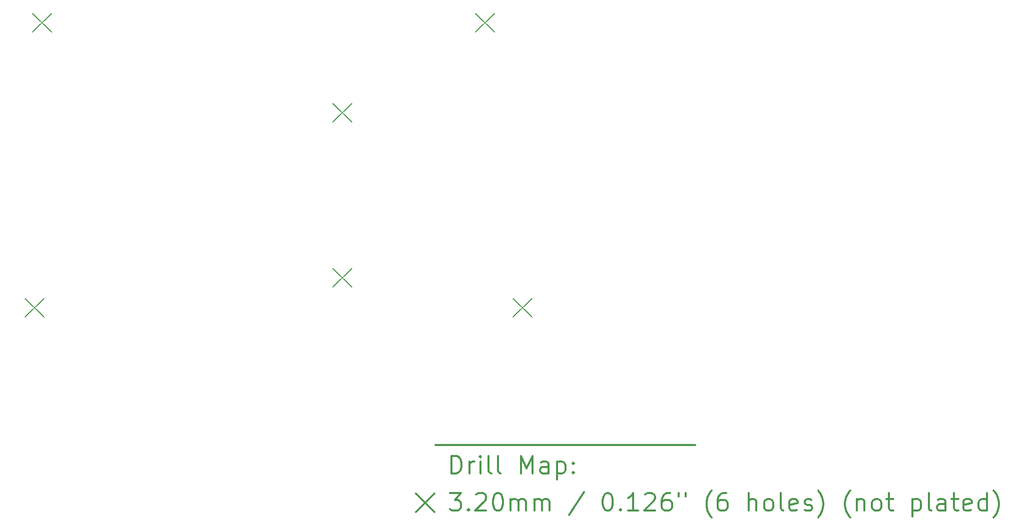
<source format=gbr>
%FSLAX45Y45*%
G04 Gerber Fmt 4.5, Leading zero omitted, Abs format (unit mm)*
G04 Created by KiCad (PCBNEW (5.1.6)-1) date 2021-07-14 17:55:59*
%MOMM*%
%LPD*%
G01*
G04 APERTURE LIST*
%TA.AperFunction,Profile*%
%ADD10C,0.300000*%
%TD*%
%ADD11C,0.200000*%
%ADD12C,0.300000*%
G04 APERTURE END LIST*
D10*
X18113502Y-15105888D02*
X22503384Y-15105888D01*
D11*
X11168654Y-12618994D02*
X11488654Y-12938994D01*
X11488654Y-12618994D02*
X11168654Y-12938994D01*
X11295654Y-7792994D02*
X11615654Y-8112994D01*
X11615654Y-7792994D02*
X11295654Y-8112994D01*
X16375654Y-9316994D02*
X16695654Y-9636994D01*
X16695654Y-9316994D02*
X16375654Y-9636994D01*
X16375654Y-12110994D02*
X16695654Y-12430994D01*
X16695654Y-12110994D02*
X16375654Y-12430994D01*
X18788654Y-7792994D02*
X19108654Y-8112994D01*
X19108654Y-7792994D02*
X18788654Y-8112994D01*
X19423654Y-12618994D02*
X19743654Y-12938994D01*
X19743654Y-12618994D02*
X19423654Y-12938994D01*
D12*
X18384930Y-15586602D02*
X18384930Y-15286602D01*
X18456359Y-15286602D01*
X18499216Y-15300888D01*
X18527788Y-15329459D01*
X18542073Y-15358031D01*
X18556359Y-15415174D01*
X18556359Y-15458031D01*
X18542073Y-15515174D01*
X18527788Y-15543745D01*
X18499216Y-15572317D01*
X18456359Y-15586602D01*
X18384930Y-15586602D01*
X18684930Y-15586602D02*
X18684930Y-15386602D01*
X18684930Y-15443745D02*
X18699216Y-15415174D01*
X18713502Y-15400888D01*
X18742073Y-15386602D01*
X18770645Y-15386602D01*
X18870645Y-15586602D02*
X18870645Y-15386602D01*
X18870645Y-15286602D02*
X18856359Y-15300888D01*
X18870645Y-15315174D01*
X18884930Y-15300888D01*
X18870645Y-15286602D01*
X18870645Y-15315174D01*
X19056359Y-15586602D02*
X19027788Y-15572317D01*
X19013502Y-15543745D01*
X19013502Y-15286602D01*
X19213502Y-15586602D02*
X19184930Y-15572317D01*
X19170645Y-15543745D01*
X19170645Y-15286602D01*
X19556359Y-15586602D02*
X19556359Y-15286602D01*
X19656359Y-15500888D01*
X19756359Y-15286602D01*
X19756359Y-15586602D01*
X20027788Y-15586602D02*
X20027788Y-15429459D01*
X20013502Y-15400888D01*
X19984930Y-15386602D01*
X19927788Y-15386602D01*
X19899216Y-15400888D01*
X20027788Y-15572317D02*
X19999216Y-15586602D01*
X19927788Y-15586602D01*
X19899216Y-15572317D01*
X19884930Y-15543745D01*
X19884930Y-15515174D01*
X19899216Y-15486602D01*
X19927788Y-15472317D01*
X19999216Y-15472317D01*
X20027788Y-15458031D01*
X20170645Y-15386602D02*
X20170645Y-15686602D01*
X20170645Y-15400888D02*
X20199216Y-15386602D01*
X20256359Y-15386602D01*
X20284930Y-15400888D01*
X20299216Y-15415174D01*
X20313502Y-15443745D01*
X20313502Y-15529459D01*
X20299216Y-15558031D01*
X20284930Y-15572317D01*
X20256359Y-15586602D01*
X20199216Y-15586602D01*
X20170645Y-15572317D01*
X20442073Y-15558031D02*
X20456359Y-15572317D01*
X20442073Y-15586602D01*
X20427788Y-15572317D01*
X20442073Y-15558031D01*
X20442073Y-15586602D01*
X20442073Y-15400888D02*
X20456359Y-15415174D01*
X20442073Y-15429459D01*
X20427788Y-15415174D01*
X20442073Y-15400888D01*
X20442073Y-15429459D01*
X17778502Y-15920888D02*
X18098502Y-16240888D01*
X18098502Y-15920888D02*
X17778502Y-16240888D01*
X18356359Y-15916602D02*
X18542073Y-15916602D01*
X18442073Y-16030888D01*
X18484930Y-16030888D01*
X18513502Y-16045174D01*
X18527788Y-16059459D01*
X18542073Y-16088031D01*
X18542073Y-16159459D01*
X18527788Y-16188031D01*
X18513502Y-16202317D01*
X18484930Y-16216602D01*
X18399216Y-16216602D01*
X18370645Y-16202317D01*
X18356359Y-16188031D01*
X18670645Y-16188031D02*
X18684930Y-16202317D01*
X18670645Y-16216602D01*
X18656359Y-16202317D01*
X18670645Y-16188031D01*
X18670645Y-16216602D01*
X18799216Y-15945174D02*
X18813502Y-15930888D01*
X18842073Y-15916602D01*
X18913502Y-15916602D01*
X18942073Y-15930888D01*
X18956359Y-15945174D01*
X18970645Y-15973745D01*
X18970645Y-16002317D01*
X18956359Y-16045174D01*
X18784930Y-16216602D01*
X18970645Y-16216602D01*
X19156359Y-15916602D02*
X19184930Y-15916602D01*
X19213502Y-15930888D01*
X19227788Y-15945174D01*
X19242073Y-15973745D01*
X19256359Y-16030888D01*
X19256359Y-16102317D01*
X19242073Y-16159459D01*
X19227788Y-16188031D01*
X19213502Y-16202317D01*
X19184930Y-16216602D01*
X19156359Y-16216602D01*
X19127788Y-16202317D01*
X19113502Y-16188031D01*
X19099216Y-16159459D01*
X19084930Y-16102317D01*
X19084930Y-16030888D01*
X19099216Y-15973745D01*
X19113502Y-15945174D01*
X19127788Y-15930888D01*
X19156359Y-15916602D01*
X19384930Y-16216602D02*
X19384930Y-16016602D01*
X19384930Y-16045174D02*
X19399216Y-16030888D01*
X19427788Y-16016602D01*
X19470645Y-16016602D01*
X19499216Y-16030888D01*
X19513502Y-16059459D01*
X19513502Y-16216602D01*
X19513502Y-16059459D02*
X19527788Y-16030888D01*
X19556359Y-16016602D01*
X19599216Y-16016602D01*
X19627788Y-16030888D01*
X19642073Y-16059459D01*
X19642073Y-16216602D01*
X19784930Y-16216602D02*
X19784930Y-16016602D01*
X19784930Y-16045174D02*
X19799216Y-16030888D01*
X19827788Y-16016602D01*
X19870645Y-16016602D01*
X19899216Y-16030888D01*
X19913502Y-16059459D01*
X19913502Y-16216602D01*
X19913502Y-16059459D02*
X19927788Y-16030888D01*
X19956359Y-16016602D01*
X19999216Y-16016602D01*
X20027788Y-16030888D01*
X20042073Y-16059459D01*
X20042073Y-16216602D01*
X20627788Y-15902317D02*
X20370645Y-16288031D01*
X21013502Y-15916602D02*
X21042073Y-15916602D01*
X21070645Y-15930888D01*
X21084930Y-15945174D01*
X21099216Y-15973745D01*
X21113502Y-16030888D01*
X21113502Y-16102317D01*
X21099216Y-16159459D01*
X21084930Y-16188031D01*
X21070645Y-16202317D01*
X21042073Y-16216602D01*
X21013502Y-16216602D01*
X20984930Y-16202317D01*
X20970645Y-16188031D01*
X20956359Y-16159459D01*
X20942073Y-16102317D01*
X20942073Y-16030888D01*
X20956359Y-15973745D01*
X20970645Y-15945174D01*
X20984930Y-15930888D01*
X21013502Y-15916602D01*
X21242073Y-16188031D02*
X21256359Y-16202317D01*
X21242073Y-16216602D01*
X21227788Y-16202317D01*
X21242073Y-16188031D01*
X21242073Y-16216602D01*
X21542073Y-16216602D02*
X21370645Y-16216602D01*
X21456359Y-16216602D02*
X21456359Y-15916602D01*
X21427788Y-15959459D01*
X21399216Y-15988031D01*
X21370645Y-16002317D01*
X21656359Y-15945174D02*
X21670645Y-15930888D01*
X21699216Y-15916602D01*
X21770645Y-15916602D01*
X21799216Y-15930888D01*
X21813502Y-15945174D01*
X21827788Y-15973745D01*
X21827788Y-16002317D01*
X21813502Y-16045174D01*
X21642073Y-16216602D01*
X21827788Y-16216602D01*
X22084930Y-15916602D02*
X22027788Y-15916602D01*
X21999216Y-15930888D01*
X21984930Y-15945174D01*
X21956359Y-15988031D01*
X21942073Y-16045174D01*
X21942073Y-16159459D01*
X21956359Y-16188031D01*
X21970645Y-16202317D01*
X21999216Y-16216602D01*
X22056359Y-16216602D01*
X22084930Y-16202317D01*
X22099216Y-16188031D01*
X22113502Y-16159459D01*
X22113502Y-16088031D01*
X22099216Y-16059459D01*
X22084930Y-16045174D01*
X22056359Y-16030888D01*
X21999216Y-16030888D01*
X21970645Y-16045174D01*
X21956359Y-16059459D01*
X21942073Y-16088031D01*
X22227788Y-15916602D02*
X22227788Y-15973745D01*
X22342073Y-15916602D02*
X22342073Y-15973745D01*
X22784930Y-16330888D02*
X22770645Y-16316602D01*
X22742073Y-16273745D01*
X22727788Y-16245174D01*
X22713502Y-16202317D01*
X22699216Y-16130888D01*
X22699216Y-16073745D01*
X22713502Y-16002317D01*
X22727788Y-15959459D01*
X22742073Y-15930888D01*
X22770645Y-15888031D01*
X22784930Y-15873745D01*
X23027788Y-15916602D02*
X22970645Y-15916602D01*
X22942073Y-15930888D01*
X22927788Y-15945174D01*
X22899216Y-15988031D01*
X22884930Y-16045174D01*
X22884930Y-16159459D01*
X22899216Y-16188031D01*
X22913502Y-16202317D01*
X22942073Y-16216602D01*
X22999216Y-16216602D01*
X23027788Y-16202317D01*
X23042073Y-16188031D01*
X23056359Y-16159459D01*
X23056359Y-16088031D01*
X23042073Y-16059459D01*
X23027788Y-16045174D01*
X22999216Y-16030888D01*
X22942073Y-16030888D01*
X22913502Y-16045174D01*
X22899216Y-16059459D01*
X22884930Y-16088031D01*
X23413502Y-16216602D02*
X23413502Y-15916602D01*
X23542073Y-16216602D02*
X23542073Y-16059459D01*
X23527788Y-16030888D01*
X23499216Y-16016602D01*
X23456359Y-16016602D01*
X23427788Y-16030888D01*
X23413502Y-16045174D01*
X23727788Y-16216602D02*
X23699216Y-16202317D01*
X23684930Y-16188031D01*
X23670645Y-16159459D01*
X23670645Y-16073745D01*
X23684930Y-16045174D01*
X23699216Y-16030888D01*
X23727788Y-16016602D01*
X23770645Y-16016602D01*
X23799216Y-16030888D01*
X23813502Y-16045174D01*
X23827788Y-16073745D01*
X23827788Y-16159459D01*
X23813502Y-16188031D01*
X23799216Y-16202317D01*
X23770645Y-16216602D01*
X23727788Y-16216602D01*
X23999216Y-16216602D02*
X23970645Y-16202317D01*
X23956359Y-16173745D01*
X23956359Y-15916602D01*
X24227788Y-16202317D02*
X24199216Y-16216602D01*
X24142073Y-16216602D01*
X24113502Y-16202317D01*
X24099216Y-16173745D01*
X24099216Y-16059459D01*
X24113502Y-16030888D01*
X24142073Y-16016602D01*
X24199216Y-16016602D01*
X24227788Y-16030888D01*
X24242073Y-16059459D01*
X24242073Y-16088031D01*
X24099216Y-16116602D01*
X24356359Y-16202317D02*
X24384930Y-16216602D01*
X24442073Y-16216602D01*
X24470645Y-16202317D01*
X24484930Y-16173745D01*
X24484930Y-16159459D01*
X24470645Y-16130888D01*
X24442073Y-16116602D01*
X24399216Y-16116602D01*
X24370645Y-16102317D01*
X24356359Y-16073745D01*
X24356359Y-16059459D01*
X24370645Y-16030888D01*
X24399216Y-16016602D01*
X24442073Y-16016602D01*
X24470645Y-16030888D01*
X24584930Y-16330888D02*
X24599216Y-16316602D01*
X24627788Y-16273745D01*
X24642073Y-16245174D01*
X24656359Y-16202317D01*
X24670645Y-16130888D01*
X24670645Y-16073745D01*
X24656359Y-16002317D01*
X24642073Y-15959459D01*
X24627788Y-15930888D01*
X24599216Y-15888031D01*
X24584930Y-15873745D01*
X25127788Y-16330888D02*
X25113502Y-16316602D01*
X25084930Y-16273745D01*
X25070645Y-16245174D01*
X25056359Y-16202317D01*
X25042073Y-16130888D01*
X25042073Y-16073745D01*
X25056359Y-16002317D01*
X25070645Y-15959459D01*
X25084930Y-15930888D01*
X25113502Y-15888031D01*
X25127788Y-15873745D01*
X25242073Y-16016602D02*
X25242073Y-16216602D01*
X25242073Y-16045174D02*
X25256359Y-16030888D01*
X25284930Y-16016602D01*
X25327788Y-16016602D01*
X25356359Y-16030888D01*
X25370645Y-16059459D01*
X25370645Y-16216602D01*
X25556359Y-16216602D02*
X25527788Y-16202317D01*
X25513502Y-16188031D01*
X25499216Y-16159459D01*
X25499216Y-16073745D01*
X25513502Y-16045174D01*
X25527788Y-16030888D01*
X25556359Y-16016602D01*
X25599216Y-16016602D01*
X25627788Y-16030888D01*
X25642073Y-16045174D01*
X25656359Y-16073745D01*
X25656359Y-16159459D01*
X25642073Y-16188031D01*
X25627788Y-16202317D01*
X25599216Y-16216602D01*
X25556359Y-16216602D01*
X25742073Y-16016602D02*
X25856359Y-16016602D01*
X25784930Y-15916602D02*
X25784930Y-16173745D01*
X25799216Y-16202317D01*
X25827788Y-16216602D01*
X25856359Y-16216602D01*
X26184930Y-16016602D02*
X26184930Y-16316602D01*
X26184930Y-16030888D02*
X26213502Y-16016602D01*
X26270645Y-16016602D01*
X26299216Y-16030888D01*
X26313502Y-16045174D01*
X26327788Y-16073745D01*
X26327788Y-16159459D01*
X26313502Y-16188031D01*
X26299216Y-16202317D01*
X26270645Y-16216602D01*
X26213502Y-16216602D01*
X26184930Y-16202317D01*
X26499216Y-16216602D02*
X26470645Y-16202317D01*
X26456359Y-16173745D01*
X26456359Y-15916602D01*
X26742073Y-16216602D02*
X26742073Y-16059459D01*
X26727788Y-16030888D01*
X26699216Y-16016602D01*
X26642073Y-16016602D01*
X26613502Y-16030888D01*
X26742073Y-16202317D02*
X26713502Y-16216602D01*
X26642073Y-16216602D01*
X26613502Y-16202317D01*
X26599216Y-16173745D01*
X26599216Y-16145174D01*
X26613502Y-16116602D01*
X26642073Y-16102317D01*
X26713502Y-16102317D01*
X26742073Y-16088031D01*
X26842073Y-16016602D02*
X26956359Y-16016602D01*
X26884930Y-15916602D02*
X26884930Y-16173745D01*
X26899216Y-16202317D01*
X26927788Y-16216602D01*
X26956359Y-16216602D01*
X27170645Y-16202317D02*
X27142073Y-16216602D01*
X27084930Y-16216602D01*
X27056359Y-16202317D01*
X27042073Y-16173745D01*
X27042073Y-16059459D01*
X27056359Y-16030888D01*
X27084930Y-16016602D01*
X27142073Y-16016602D01*
X27170645Y-16030888D01*
X27184930Y-16059459D01*
X27184930Y-16088031D01*
X27042073Y-16116602D01*
X27442073Y-16216602D02*
X27442073Y-15916602D01*
X27442073Y-16202317D02*
X27413502Y-16216602D01*
X27356359Y-16216602D01*
X27327788Y-16202317D01*
X27313502Y-16188031D01*
X27299216Y-16159459D01*
X27299216Y-16073745D01*
X27313502Y-16045174D01*
X27327788Y-16030888D01*
X27356359Y-16016602D01*
X27413502Y-16016602D01*
X27442073Y-16030888D01*
X27556359Y-16330888D02*
X27570645Y-16316602D01*
X27599216Y-16273745D01*
X27613502Y-16245174D01*
X27627788Y-16202317D01*
X27642073Y-16130888D01*
X27642073Y-16073745D01*
X27627788Y-16002317D01*
X27613502Y-15959459D01*
X27599216Y-15930888D01*
X27570645Y-15888031D01*
X27556359Y-15873745D01*
M02*

</source>
